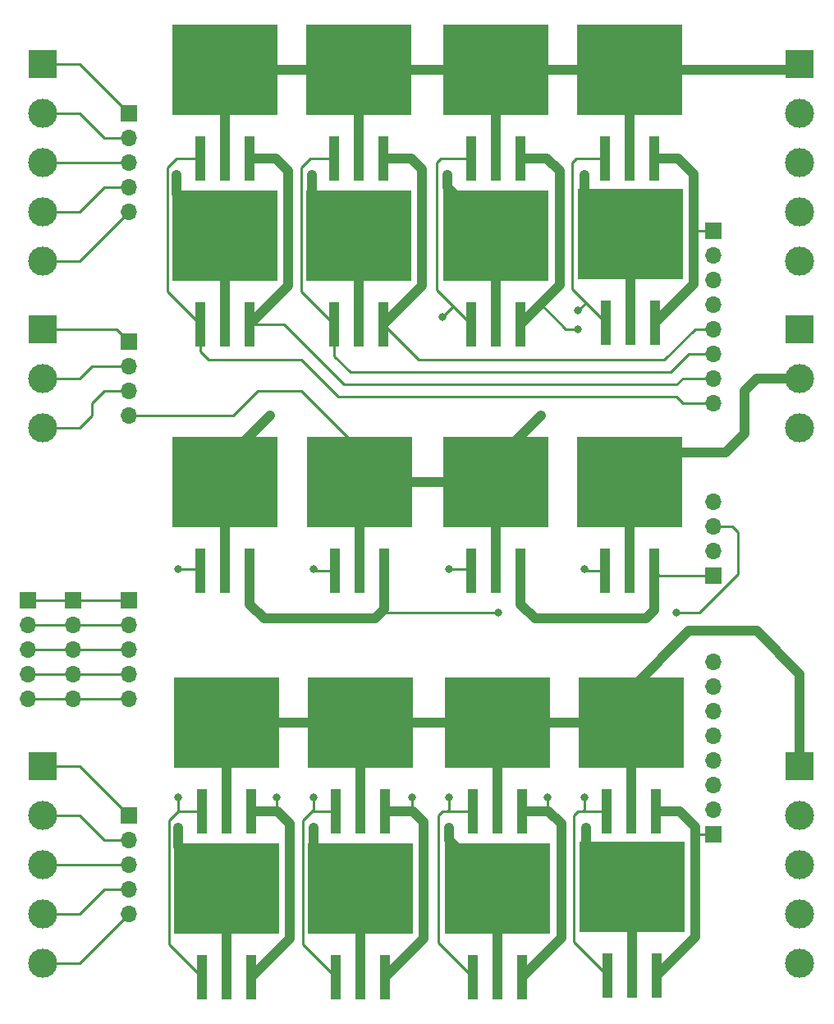
<source format=gtl>
G04 #@! TF.GenerationSoftware,KiCad,Pcbnew,(6.0.0)*
G04 #@! TF.CreationDate,2022-08-19T13:46:40+02:00*
G04 #@! TF.ProjectId,bottom,626f7474-6f6d-42e6-9b69-6361645f7063,rev?*
G04 #@! TF.SameCoordinates,Original*
G04 #@! TF.FileFunction,Copper,L1,Top*
G04 #@! TF.FilePolarity,Positive*
%FSLAX46Y46*%
G04 Gerber Fmt 4.6, Leading zero omitted, Abs format (unit mm)*
G04 Created by KiCad (PCBNEW (6.0.0)) date 2022-08-19 13:46:40*
%MOMM*%
%LPD*%
G01*
G04 APERTURE LIST*
G04 #@! TA.AperFunction,SMDPad,CuDef*
%ADD10R,1.100000X4.600000*%
G04 #@! TD*
G04 #@! TA.AperFunction,SMDPad,CuDef*
%ADD11R,10.800000X9.400000*%
G04 #@! TD*
G04 #@! TA.AperFunction,ComponentPad*
%ADD12R,3.000000X3.000000*%
G04 #@! TD*
G04 #@! TA.AperFunction,ComponentPad*
%ADD13C,3.000000*%
G04 #@! TD*
G04 #@! TA.AperFunction,ComponentPad*
%ADD14R,1.700000X1.700000*%
G04 #@! TD*
G04 #@! TA.AperFunction,ComponentPad*
%ADD15O,1.700000X1.700000*%
G04 #@! TD*
G04 #@! TA.AperFunction,ViaPad*
%ADD16C,0.800000*%
G04 #@! TD*
G04 #@! TA.AperFunction,Conductor*
%ADD17C,0.250000*%
G04 #@! TD*
G04 #@! TA.AperFunction,Conductor*
%ADD18C,1.000000*%
G04 #@! TD*
G04 APERTURE END LIST*
D10*
X120580000Y-132225000D03*
D11*
X123120000Y-123075000D03*
D10*
X123120000Y-132225000D03*
X125660000Y-132225000D03*
D12*
X104140000Y-55245000D03*
D13*
X104140000Y-60325000D03*
X104140000Y-65405000D03*
X104140000Y-70485000D03*
X104140000Y-75565000D03*
D10*
X148520000Y-149370000D03*
D11*
X151060000Y-140220000D03*
D10*
X151060000Y-149370000D03*
X153600000Y-149370000D03*
X162240000Y-81910000D03*
D11*
X164780000Y-72760000D03*
D10*
X164780000Y-81910000D03*
X167320000Y-81910000D03*
D12*
X104140000Y-82550000D03*
D13*
X104140000Y-87630000D03*
X104140000Y-92710000D03*
D14*
X113030000Y-132715000D03*
D15*
X113030000Y-135255000D03*
X113030000Y-137795000D03*
X113030000Y-140335000D03*
X113030000Y-142875000D03*
D10*
X134220000Y-82060000D03*
X136760000Y-82060000D03*
D11*
X136760000Y-72910000D03*
D10*
X139300000Y-82060000D03*
X120415000Y-64915000D03*
X122955000Y-64915000D03*
D11*
X122955000Y-55765000D03*
D10*
X125495000Y-64915000D03*
X162160000Y-107460000D03*
X164700000Y-107460000D03*
D11*
X164700000Y-98310000D03*
D10*
X167240000Y-107460000D03*
X134220000Y-64915000D03*
X136760000Y-64915000D03*
D11*
X136760000Y-55765000D03*
D10*
X139300000Y-64915000D03*
X120415000Y-107460000D03*
X122955000Y-107460000D03*
D11*
X122955000Y-98310000D03*
D10*
X125495000Y-107460000D03*
D14*
X102665000Y-110490000D03*
D15*
X102665000Y-113030000D03*
X102665000Y-115570000D03*
X102665000Y-118110000D03*
X102665000Y-120650000D03*
D10*
X134385000Y-132225000D03*
X136925000Y-132225000D03*
D11*
X136925000Y-123075000D03*
D10*
X139465000Y-132225000D03*
D12*
X182245000Y-127635000D03*
D13*
X182245000Y-132715000D03*
X182245000Y-137795000D03*
X182245000Y-142875000D03*
X182245000Y-147955000D03*
D10*
X148355000Y-107460000D03*
D11*
X150895000Y-98310000D03*
D10*
X150895000Y-107460000D03*
X153435000Y-107460000D03*
D14*
X173355000Y-107940000D03*
D15*
X173355000Y-105400000D03*
X173355000Y-102860000D03*
X173355000Y-100320000D03*
D10*
X120415000Y-82060000D03*
X122955000Y-82060000D03*
D11*
X122955000Y-72910000D03*
D10*
X125495000Y-82060000D03*
D12*
X182245000Y-82550000D03*
D13*
X182245000Y-87630000D03*
X182245000Y-92710000D03*
D12*
X104140000Y-127635000D03*
D13*
X104140000Y-132715000D03*
X104140000Y-137795000D03*
X104140000Y-142875000D03*
X104140000Y-147955000D03*
D10*
X120580000Y-149370000D03*
X123120000Y-149370000D03*
D11*
X123120000Y-140220000D03*
D10*
X125660000Y-149370000D03*
D14*
X113030000Y-83820000D03*
D15*
X113030000Y-86360000D03*
X113030000Y-88900000D03*
X113030000Y-91440000D03*
D14*
X113030000Y-60325000D03*
D15*
X113030000Y-62865000D03*
X113030000Y-65405000D03*
X113030000Y-67945000D03*
X113030000Y-70485000D03*
D14*
X173355000Y-134605000D03*
D15*
X173355000Y-132065000D03*
X173355000Y-129525000D03*
X173355000Y-126985000D03*
X173355000Y-124445000D03*
X173355000Y-121905000D03*
X173355000Y-119365000D03*
X173355000Y-116825000D03*
D14*
X173355000Y-72390000D03*
D15*
X173355000Y-74930000D03*
X173355000Y-77470000D03*
X173355000Y-80010000D03*
X173355000Y-82550000D03*
X173355000Y-85090000D03*
X173355000Y-87630000D03*
X173355000Y-90170000D03*
D14*
X107315000Y-110490000D03*
D15*
X107315000Y-113030000D03*
X107315000Y-115570000D03*
X107315000Y-118110000D03*
X107315000Y-120650000D03*
D10*
X162325000Y-132225000D03*
D11*
X164865000Y-123075000D03*
D10*
X164865000Y-132225000D03*
X167405000Y-132225000D03*
X162160000Y-64915000D03*
X164700000Y-64915000D03*
D11*
X164700000Y-55765000D03*
D10*
X167240000Y-64915000D03*
D14*
X113030000Y-110490000D03*
D15*
X113030000Y-113030000D03*
X113030000Y-115570000D03*
X113030000Y-118110000D03*
X113030000Y-120650000D03*
D12*
X182245000Y-55245000D03*
D13*
X182245000Y-60325000D03*
X182245000Y-65405000D03*
X182245000Y-70485000D03*
X182245000Y-75565000D03*
D10*
X134385000Y-149370000D03*
X136925000Y-149370000D03*
D11*
X136925000Y-140220000D03*
D10*
X139465000Y-149370000D03*
X134305000Y-107460000D03*
X136845000Y-107460000D03*
D11*
X136845000Y-98310000D03*
D10*
X139385000Y-107460000D03*
X148520000Y-132225000D03*
X151060000Y-132225000D03*
D11*
X151060000Y-123075000D03*
D10*
X153600000Y-132225000D03*
X148355000Y-82060000D03*
X150895000Y-82060000D03*
D11*
X150895000Y-72910000D03*
D10*
X153435000Y-82060000D03*
X148355000Y-64915000D03*
X150895000Y-64915000D03*
D11*
X150895000Y-55765000D03*
D10*
X153435000Y-64915000D03*
X162405000Y-149220000D03*
D11*
X164945000Y-140070000D03*
D10*
X164945000Y-149220000D03*
X167485000Y-149220000D03*
D16*
X159385000Y-80645000D03*
X159385000Y-82550000D03*
X145415000Y-81280000D03*
X160020000Y-66675000D03*
X145885000Y-66675000D03*
X131915000Y-66675000D03*
X117945000Y-66675000D03*
X160020000Y-130810000D03*
X156210000Y-130810000D03*
X146050000Y-130810000D03*
X142240000Y-130810000D03*
X132080000Y-130810000D03*
X128270000Y-130810000D03*
X118110000Y-130810000D03*
X160185000Y-133985000D03*
X146050000Y-133985000D03*
X132080000Y-133985000D03*
X118110000Y-133985000D03*
X155575000Y-91440000D03*
X160020000Y-107315000D03*
X146050000Y-107315000D03*
X169545000Y-111760000D03*
X151130000Y-111760000D03*
X132080000Y-107315000D03*
X118110000Y-107315000D03*
X127635000Y-91440000D03*
D17*
X104140000Y-137795000D02*
X113030000Y-137795000D01*
X110490000Y-140335000D02*
X113030000Y-140335000D01*
X107950000Y-142875000D02*
X110490000Y-140335000D01*
X104140000Y-142875000D02*
X107950000Y-142875000D01*
X104140000Y-147955000D02*
X107950000Y-147955000D01*
X107950000Y-147955000D02*
X113030000Y-142875000D01*
X107950000Y-127635000D02*
X113030000Y-132715000D01*
X104140000Y-127635000D02*
X107950000Y-127635000D01*
X104140000Y-132715000D02*
X107950000Y-132715000D01*
X107950000Y-132715000D02*
X110490000Y-135255000D01*
X110490000Y-135255000D02*
X113030000Y-135255000D01*
D18*
X171317500Y-77912500D02*
X171317500Y-72522500D01*
D17*
X171450000Y-72390000D02*
X171317500Y-72522500D01*
D18*
X171317500Y-66542500D02*
X169690000Y-64915000D01*
X171317500Y-72522500D02*
X171317500Y-66542500D01*
X167320000Y-81910000D02*
X171317500Y-77912500D01*
X169690000Y-64915000D02*
X167240000Y-64915000D01*
D17*
X173355000Y-72390000D02*
X171450000Y-72390000D01*
X158750000Y-65405000D02*
X158750000Y-78420000D01*
X160180000Y-79850000D02*
X162240000Y-81910000D01*
X159385000Y-80645000D02*
X160180000Y-79850000D01*
X158750000Y-78420000D02*
X160180000Y-79850000D01*
X162160000Y-64915000D02*
X159240000Y-64915000D01*
X159240000Y-64915000D02*
X158750000Y-65405000D01*
D18*
X156190000Y-64915000D02*
X153435000Y-64915000D01*
X157480000Y-66205000D02*
X156190000Y-64915000D01*
X157480000Y-78015000D02*
X157480000Y-66205000D01*
D17*
X158115000Y-82550000D02*
X155530000Y-79965000D01*
D18*
X153435000Y-82060000D02*
X155530000Y-79965000D01*
D17*
X159385000Y-82550000D02*
X158115000Y-82550000D01*
D18*
X155530000Y-79965000D02*
X157480000Y-78015000D01*
D17*
X148355000Y-82060000D02*
X146495000Y-80200000D01*
X144780000Y-65405000D02*
X145270000Y-64915000D01*
X144780000Y-78485000D02*
X144780000Y-65405000D01*
X145415000Y-81280000D02*
X146495000Y-80200000D01*
X145270000Y-64915000D02*
X148355000Y-64915000D01*
X146495000Y-80200000D02*
X144780000Y-78485000D01*
D18*
X143320480Y-78039520D02*
X143320480Y-66015480D01*
D17*
X142965000Y-85725000D02*
X139300000Y-82060000D01*
D18*
X139300000Y-82060000D02*
X143320480Y-78039520D01*
X142220000Y-64915000D02*
X139300000Y-64915000D01*
D17*
X168275000Y-85725000D02*
X142965000Y-85725000D01*
X168275000Y-85725000D02*
X171450000Y-82550000D01*
D18*
X143320480Y-66015480D02*
X142220000Y-64915000D01*
D17*
X173355000Y-82550000D02*
X171450000Y-82550000D01*
X135890000Y-86995000D02*
X134220000Y-85325000D01*
X170815000Y-85090000D02*
X168910000Y-86995000D01*
X134220000Y-82060000D02*
X130810000Y-78650000D01*
X130810000Y-78650000D02*
X130810000Y-65875000D01*
X173355000Y-85090000D02*
X170815000Y-85090000D01*
X131770000Y-64915000D02*
X134220000Y-64915000D01*
X130810000Y-65875000D02*
X131770000Y-64915000D01*
X168910000Y-86995000D02*
X135890000Y-86995000D01*
X134220000Y-85325000D02*
X134220000Y-82060000D01*
X170180000Y-87630000D02*
X169545000Y-88265000D01*
X129050000Y-82060000D02*
X125495000Y-82060000D01*
D18*
X129515480Y-66229520D02*
X128200960Y-64915000D01*
X128200960Y-64915000D02*
X125495000Y-64915000D01*
X125495000Y-82060000D02*
X129515480Y-78039520D01*
X129515480Y-78039520D02*
X129515480Y-66229520D01*
D17*
X173355000Y-87630000D02*
X170180000Y-87630000D01*
X169545000Y-88265000D02*
X135255000Y-88265000D01*
X135255000Y-88265000D02*
X129050000Y-82060000D01*
X121285000Y-85725000D02*
X130810000Y-85725000D01*
X130810000Y-85725000D02*
X134620000Y-89535000D01*
X120415000Y-84855000D02*
X121285000Y-85725000D01*
X117965000Y-64915000D02*
X120415000Y-64915000D01*
X120415000Y-82060000D02*
X117005000Y-78650000D01*
X117005000Y-65875000D02*
X117965000Y-64915000D01*
X120415000Y-82060000D02*
X120415000Y-84855000D01*
X117005000Y-78650000D02*
X117005000Y-65875000D01*
X169545000Y-89535000D02*
X170180000Y-90170000D01*
X134620000Y-89535000D02*
X169545000Y-89535000D01*
X170180000Y-90170000D02*
X173355000Y-90170000D01*
D18*
X181725000Y-55765000D02*
X182245000Y-55245000D01*
X164700000Y-55765000D02*
X181725000Y-55765000D01*
X164700000Y-55765000D02*
X150895000Y-55765000D01*
X122955000Y-55765000D02*
X122955000Y-64915000D01*
X164700000Y-55765000D02*
X164700000Y-64915000D01*
X150895000Y-55765000D02*
X136760000Y-55765000D01*
X136760000Y-55765000D02*
X136760000Y-64915000D01*
X150895000Y-55765000D02*
X150895000Y-64915000D01*
X136760000Y-55765000D02*
X122955000Y-55765000D01*
X164200000Y-72760000D02*
X160020000Y-68580000D01*
X164780000Y-72760000D02*
X164780000Y-81910000D01*
X164780000Y-72760000D02*
X164200000Y-72760000D01*
X160020000Y-68580000D02*
X160020000Y-66675000D01*
X150850000Y-72910000D02*
X145885000Y-67945000D01*
X145885000Y-67945000D02*
X145885000Y-66675000D01*
X150895000Y-82060000D02*
X150895000Y-72910000D01*
X150895000Y-72910000D02*
X150850000Y-72910000D01*
X136760000Y-82060000D02*
X136760000Y-72910000D01*
X136760000Y-72910000D02*
X136245000Y-72910000D01*
X136245000Y-72910000D02*
X131915000Y-68580000D01*
X131915000Y-68580000D02*
X131915000Y-66675000D01*
X122955000Y-82060000D02*
X122955000Y-72910000D01*
X122275000Y-72910000D02*
X117945000Y-68580000D01*
X122955000Y-72910000D02*
X122275000Y-72910000D01*
X117945000Y-68580000D02*
X117945000Y-66675000D01*
D17*
X104140000Y-55245000D02*
X107950000Y-55245000D01*
X107950000Y-55245000D02*
X113030000Y-60325000D01*
X110490000Y-62865000D02*
X113030000Y-62865000D01*
X107950000Y-60325000D02*
X110490000Y-62865000D01*
X104140000Y-60325000D02*
X107950000Y-60325000D01*
X104140000Y-65405000D02*
X113030000Y-65405000D01*
X104140000Y-70485000D02*
X107950000Y-70485000D01*
X107950000Y-70485000D02*
X110490000Y-67945000D01*
X110490000Y-67945000D02*
X113030000Y-67945000D01*
X104140000Y-75565000D02*
X107950000Y-75565000D01*
X107950000Y-75565000D02*
X113030000Y-70485000D01*
D18*
X171482500Y-133852500D02*
X169855000Y-132225000D01*
D17*
X173355000Y-134605000D02*
X171530000Y-134605000D01*
X171530000Y-134605000D02*
X171482500Y-134652500D01*
D18*
X169855000Y-132225000D02*
X167405000Y-132225000D01*
X167485000Y-149220000D02*
X171482500Y-145222500D01*
X171482500Y-134652500D02*
X171482500Y-133852500D01*
X171482500Y-145222500D02*
X171482500Y-134652500D01*
D17*
X159405000Y-132225000D02*
X158915000Y-132715000D01*
X159405000Y-132225000D02*
X162325000Y-132225000D01*
X160020000Y-130810000D02*
X160020000Y-132080000D01*
X158915000Y-145730000D02*
X162405000Y-149220000D01*
X160020000Y-132080000D02*
X159875000Y-132225000D01*
X158915000Y-132715000D02*
X158915000Y-145730000D01*
X156210000Y-132080000D02*
X156355000Y-132225000D01*
D18*
X156355000Y-132225000D02*
X153600000Y-132225000D01*
X157645000Y-145325000D02*
X157645000Y-133515000D01*
X157645000Y-133515000D02*
X156355000Y-132225000D01*
D17*
X156210000Y-130810000D02*
X156210000Y-132080000D01*
D18*
X153600000Y-149370000D02*
X157645000Y-145325000D01*
D17*
X144945000Y-132715000D02*
X145435000Y-132225000D01*
X146050000Y-130810000D02*
X146050000Y-132080000D01*
X145905000Y-132225000D02*
X148520000Y-132225000D01*
X146050000Y-132080000D02*
X145905000Y-132225000D01*
X148520000Y-149370000D02*
X144945000Y-145795000D01*
X144945000Y-145795000D02*
X144945000Y-132715000D01*
X145435000Y-132225000D02*
X145905000Y-132225000D01*
D18*
X142385000Y-132225000D02*
X139465000Y-132225000D01*
X143485480Y-133325480D02*
X142385000Y-132225000D01*
D17*
X142240000Y-130810000D02*
X142240000Y-132080000D01*
D18*
X143485480Y-145349520D02*
X143485480Y-133325480D01*
D17*
X142240000Y-132080000D02*
X142385000Y-132225000D01*
D18*
X139465000Y-149370000D02*
X143485480Y-145349520D01*
D17*
X130975000Y-145960000D02*
X130975000Y-133185000D01*
X132080000Y-130810000D02*
X132080000Y-132080000D01*
X132080000Y-132080000D02*
X131935000Y-132225000D01*
X134385000Y-149370000D02*
X130975000Y-145960000D01*
X131935000Y-132225000D02*
X134385000Y-132225000D01*
X130975000Y-133185000D02*
X131935000Y-132225000D01*
X128270000Y-130810000D02*
X128270000Y-132129040D01*
D18*
X128365960Y-132225000D02*
X125660000Y-132225000D01*
X129680480Y-133539520D02*
X128365960Y-132225000D01*
X125660000Y-149370000D02*
X129680480Y-145349520D01*
X129680480Y-145349520D02*
X129680480Y-133539520D01*
D17*
X128270000Y-132129040D02*
X128365960Y-132225000D01*
X118130000Y-132225000D02*
X120580000Y-132225000D01*
X118110000Y-130810000D02*
X118110000Y-132205000D01*
X117170000Y-145960000D02*
X117170000Y-133185000D01*
X118110000Y-132205000D02*
X118130000Y-132225000D01*
X117170000Y-133185000D02*
X118130000Y-132225000D01*
X120580000Y-149370000D02*
X117170000Y-145960000D01*
D18*
X164945000Y-140070000D02*
X164365000Y-140070000D01*
X164365000Y-140070000D02*
X160185000Y-135890000D01*
X164945000Y-140070000D02*
X164945000Y-149220000D01*
X160185000Y-135890000D02*
X160185000Y-133985000D01*
X151060000Y-140220000D02*
X151015000Y-140220000D01*
X151015000Y-140220000D02*
X146050000Y-135255000D01*
X151060000Y-149370000D02*
X151060000Y-140220000D01*
X146050000Y-135255000D02*
X146050000Y-133985000D01*
X136925000Y-123075000D02*
X136925000Y-132225000D01*
X123120000Y-123075000D02*
X123120000Y-132225000D01*
X177800000Y-113665000D02*
X182245000Y-118110000D01*
X151060000Y-123075000D02*
X136925000Y-123075000D01*
X136925000Y-123075000D02*
X123120000Y-123075000D01*
X164865000Y-123075000D02*
X151060000Y-123075000D01*
X164865000Y-123075000D02*
X164865000Y-119615000D01*
X170815000Y-113665000D02*
X177800000Y-113665000D01*
X164865000Y-119615000D02*
X170815000Y-113665000D01*
X164865000Y-123075000D02*
X164865000Y-132225000D01*
X182245000Y-118110000D02*
X182245000Y-127635000D01*
X151060000Y-123075000D02*
X151060000Y-132225000D01*
X136925000Y-149370000D02*
X136925000Y-140220000D01*
X132080000Y-135890000D02*
X132080000Y-133985000D01*
X136925000Y-140220000D02*
X136410000Y-140220000D01*
X136410000Y-140220000D02*
X132080000Y-135890000D01*
X122440000Y-140220000D02*
X118110000Y-135890000D01*
X123120000Y-140220000D02*
X122440000Y-140220000D01*
X118110000Y-135890000D02*
X118110000Y-133985000D01*
X123120000Y-149370000D02*
X123120000Y-140220000D01*
D17*
X104140000Y-82550000D02*
X111760000Y-82550000D01*
X111760000Y-82550000D02*
X113030000Y-83820000D01*
X104140000Y-87630000D02*
X107950000Y-87630000D01*
X109220000Y-86360000D02*
X113030000Y-86360000D01*
X107950000Y-87630000D02*
X109220000Y-86360000D01*
X107950000Y-92710000D02*
X109220000Y-91440000D01*
X110490000Y-88900000D02*
X113030000Y-88900000D01*
X109220000Y-90170000D02*
X110490000Y-88900000D01*
X109220000Y-91440000D02*
X109220000Y-90170000D01*
X104140000Y-92710000D02*
X107950000Y-92710000D01*
X130810000Y-88900000D02*
X136845000Y-94935000D01*
X123825000Y-91440000D02*
X126365000Y-88900000D01*
D18*
X136845000Y-98310000D02*
X136845000Y-107460000D01*
D17*
X113030000Y-91440000D02*
X123825000Y-91440000D01*
D18*
X150895000Y-96120000D02*
X155575000Y-91440000D01*
X150895000Y-107460000D02*
X150895000Y-94850000D01*
X136845000Y-98310000D02*
X150895000Y-98310000D01*
D17*
X126365000Y-88900000D02*
X130810000Y-88900000D01*
X136845000Y-94935000D02*
X136845000Y-98310000D01*
D18*
X167240000Y-111525000D02*
X167240000Y-107460000D01*
X153435000Y-107460000D02*
X153435000Y-110890000D01*
X153435000Y-110890000D02*
X154940000Y-112395000D01*
X166370000Y-112395000D02*
X167240000Y-111525000D01*
X154940000Y-112395000D02*
X166370000Y-112395000D01*
D17*
X173355000Y-107940000D02*
X167720000Y-107940000D01*
X167720000Y-107940000D02*
X167240000Y-107460000D01*
X160165000Y-107460000D02*
X160020000Y-107315000D01*
X162160000Y-107460000D02*
X160165000Y-107460000D01*
X148210000Y-107315000D02*
X148355000Y-107460000D01*
X146050000Y-107315000D02*
X148210000Y-107315000D01*
X175250000Y-102860000D02*
X175895000Y-103505000D01*
X173355000Y-102860000D02*
X175250000Y-102860000D01*
X175895000Y-103505000D02*
X175895000Y-107749022D01*
D18*
X125495000Y-110890000D02*
X125495000Y-107460000D01*
X139385000Y-107460000D02*
X139385000Y-111440000D01*
D17*
X139705000Y-111760000D02*
X139385000Y-111440000D01*
X151130000Y-111760000D02*
X139705000Y-111760000D01*
X171884022Y-111760000D02*
X169545000Y-111760000D01*
D18*
X127000000Y-112395000D02*
X125495000Y-110890000D01*
X138430000Y-112395000D02*
X127000000Y-112395000D01*
X139385000Y-111440000D02*
X138430000Y-112395000D01*
D17*
X175895000Y-107749022D02*
X171884022Y-111760000D01*
X120270000Y-107315000D02*
X120415000Y-107460000D01*
X132225000Y-107460000D02*
X132080000Y-107315000D01*
X118110000Y-107315000D02*
X120270000Y-107315000D01*
X134305000Y-107460000D02*
X132225000Y-107460000D01*
D18*
X174625000Y-95250000D02*
X167760000Y-95250000D01*
X164700000Y-98310000D02*
X168395000Y-94615000D01*
X164700000Y-98310000D02*
X164700000Y-107460000D01*
X176530000Y-93345000D02*
X174625000Y-95250000D01*
X176530000Y-88900000D02*
X176530000Y-93345000D01*
X182245000Y-87630000D02*
X177800000Y-87630000D01*
X177800000Y-87630000D02*
X176530000Y-88900000D01*
X122955000Y-98310000D02*
X122955000Y-96120000D01*
X122955000Y-98310000D02*
X122955000Y-107460000D01*
X122955000Y-96120000D02*
X127635000Y-91440000D01*
D17*
X102665000Y-110490000D02*
X107315000Y-110490000D01*
X107315000Y-110490000D02*
X112395000Y-110490000D01*
X107315000Y-113030000D02*
X102665000Y-113030000D01*
X107315000Y-113030000D02*
X112395000Y-113030000D01*
X107315000Y-115570000D02*
X112395000Y-115570000D01*
X102665000Y-115570000D02*
X107315000Y-115570000D01*
X107315000Y-118110000D02*
X112395000Y-118110000D01*
X107315000Y-118110000D02*
X102665000Y-118110000D01*
X107315000Y-120650000D02*
X112395000Y-120650000D01*
X102665000Y-120650000D02*
X107315000Y-120650000D01*
M02*

</source>
